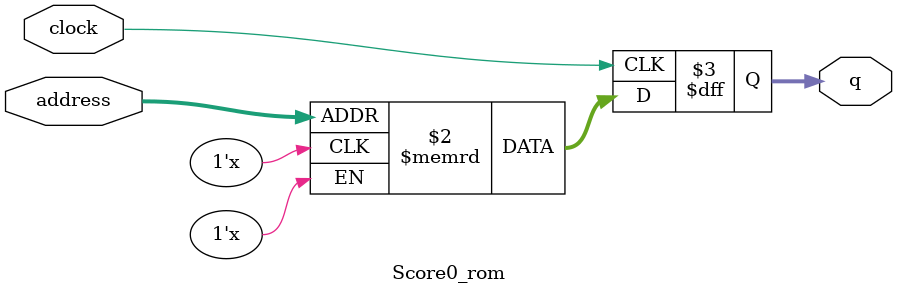
<source format=sv>
module Score0_rom (
	input logic clock,
	input logic [7:0] address,
	output logic [3:0] q
);

logic [3:0] memory [0:255] /* synthesis ram_init_file = "./Score0/Score0.mif" */;

always_ff @ (posedge clock) begin
	q <= memory[address];
end

endmodule

</source>
